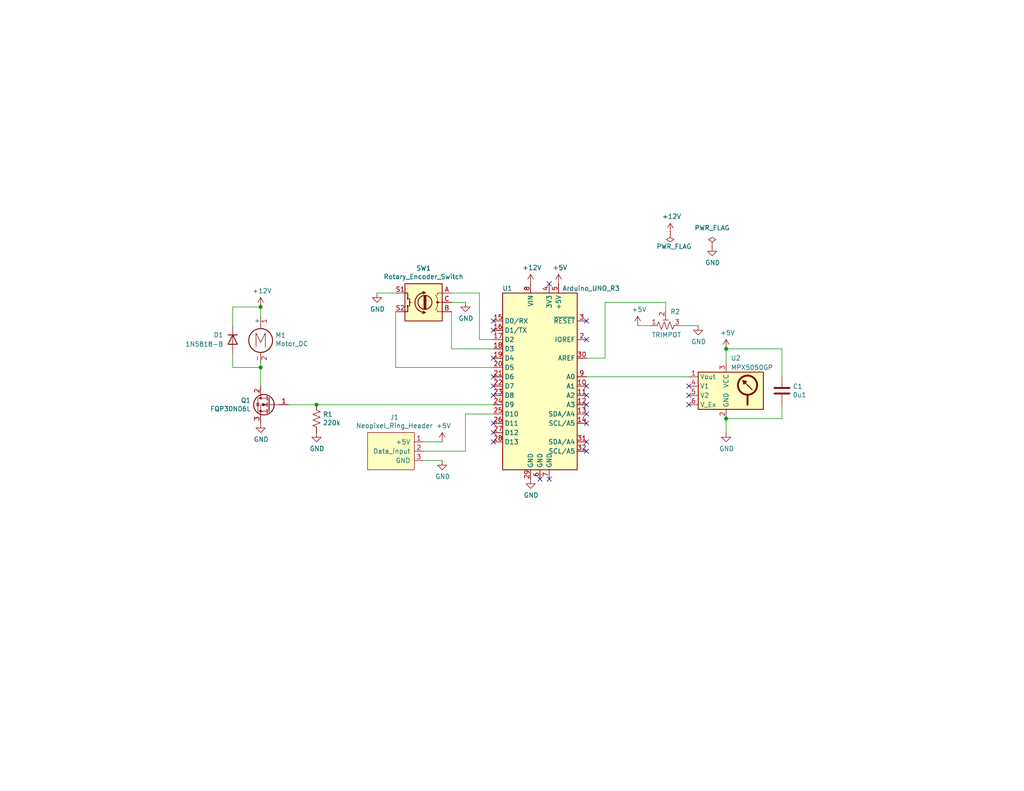
<source format=kicad_sch>
(kicad_sch (version 20211123) (generator eeschema)
  (paper "USLetter")
  (title_block (title "Protogasm") (date "2022-01-28") (rev "2.0") (company "sqrt10pi") (comment 1 "Based on previous community designs created by PA, Skier23, night-howler, and others"))
  (lib_symbols
    (symbol "Device:C" (pin_numbers hide) (pin_names (offset 0.254))
      (property "Reference" "C" (at 0.635 2.54 0))
      (property "Value" "C" (at 0.635 -2.54 0))
      (symbol "C_0_1"
        (polyline (pts (xy -2.032 -0.762) (xy 2.032 -0.762)) (stroke (width 0.508)))
        (polyline (pts (xy -2.032 0.762) (xy 2.032 0.762)) (stroke (width 0.508)))
      )
      (symbol "C_1_1"
        (pin passive line (at 0 3.81 270) (length 2.794) (name "~") (number "1"))
        (pin passive line (at 0 -3.81 90) (length 2.794) (name "~") (number "2"))
      )
    )
    (symbol "Device:D" (pin_numbers hide) (pin_names (offset 1.016) hide)
      (property "Reference" "D" (at 0 2.54 0))
      (property "Value" "D" (at 0 -2.54 0))
      (symbol "D_0_1"
        (polyline (pts (xy -1.27 1.27) (xy -1.27 -1.27)) (stroke (width 0.254)))
        (polyline (pts (xy 1.27 0) (xy -1.27 0)))
        (polyline (pts (xy 1.27 1.27) (xy 1.27 -1.27) (xy -1.27 0) (xy 1.27 1.27)) (stroke (width 0.254)))
      )
      (symbol "D_1_1"
        (pin passive line (at -3.81 0 0) (length 2.54) (name "K") (number "1"))
        (pin passive line (at 3.81 0 180) (length 2.54) (name "A") (number "2"))
      )
    )
    (symbol "Device:Q_NMOS_GDS" (pin_names (offset 0) hide)
      (property "Reference" "Q" (at 5.08 1.27 0))
      (property "Value" "Q_NMOS_GDS" (at 5.08 -1.27 0))
      (symbol "Q_NMOS_GDS_0_1"
        (polyline (pts (xy 0.254 0) (xy -2.54 0)))
        (polyline (pts (xy 0.254 1.905) (xy 0.254 -1.905)) (stroke (width 0.254)))
        (polyline (pts (xy 0.762 -1.27) (xy 0.762 -2.286)) (stroke (width 0.254)))
        (polyline (pts (xy 0.762 0.508) (xy 0.762 -0.508)) (stroke (width 0.254)))
        (polyline (pts (xy 0.762 2.286) (xy 0.762 1.27)) (stroke (width 0.254)))
        (polyline (pts (xy 2.54 2.54) (xy 2.54 1.778)))
        (polyline (pts (xy 2.54 -2.54) (xy 2.54 0) (xy 0.762 0)))
        (polyline (pts (xy 0.762 -1.778) (xy 3.302 -1.778) (xy 3.302 1.778) (xy 0.762 1.778)))
        (polyline (pts (xy 1.016 0) (xy 2.032 0.381) (xy 2.032 -0.381) (xy 1.016 0)) (fill (type outline)))
        (polyline (pts (xy 2.794 0.508) (xy 2.921 0.381) (xy 3.683 0.381) (xy 3.81 0.254)))
        (polyline (pts (xy 3.302 0.381) (xy 2.921 -0.254) (xy 3.683 -0.254) (xy 3.302 0.381)))
        (circle (center 1.651 0) (radius 2.794) (stroke (width 0.254)))
        (circle (center 2.54 -1.778) (radius 0.254) (fill (type outline)))
        (circle (center 2.54 1.778) (radius 0.254) (fill (type outline)))
      )
      (symbol "Q_NMOS_GDS_1_1"
        (pin input line (at -5.08 0 0) (length 2.54) (name "G") (number "1"))
        (pin passive line (at 2.54 5.08 270) (length 2.54) (name "D") (number "2"))
        (pin passive line (at 2.54 -5.08 90) (length 2.54) (name "S") (number "3"))
      )
    )
    (symbol "Device:R_POT_TRIM_US" (pin_names (offset 1.016) hide)
      (property "Reference" "RV" (at -4.445 0 90))
      (property "Value" "R_POT_TRIM_US" (at -2.54 0 90))
      (symbol "R_POT_TRIM_US_0_1"
        (polyline (pts (xy 0 -2.286) (xy 0 -2.54)))
        (polyline (pts (xy 0 2.286) (xy 0 2.54)))
        (polyline (pts (xy 1.524 0.762) (xy 1.524 -0.762)))
        (polyline (pts (xy 2.54 0) (xy 1.524 0)))
        (polyline (pts (xy 0 -0.762) (xy 1.016 -1.143) (xy 0 -1.524) (xy -1.016 -1.905) (xy 0 -2.286)))
        (polyline (pts (xy 0 0.762) (xy 1.016 0.381) (xy 0 0) (xy -1.016 -0.381) (xy 0 -0.762)))
        (polyline (pts (xy 0 2.286) (xy 1.016 1.905) (xy 0 1.524) (xy -1.016 1.143) (xy 0 0.762)))
      )
      (symbol "R_POT_TRIM_US_1_1"
        (pin passive line (at 0 3.81 270) (length 1.27) (name "1") (number "1"))
        (pin passive line (at 3.81 0 180) (length 1.27) (name "2") (number "2"))
        (pin passive line (at 0 -3.81 90) (length 1.27) (name "3") (number "3"))
      )
    )
    (symbol "Device:R_US" (pin_numbers hide) (pin_names (offset 0))
      (property "Reference" "R" (at 2.54 0 90))
      (property "Value" "R_US" (at -2.54 0 90))
      (symbol "R_US_0_1"
        (polyline (pts (xy 0 -2.286) (xy 0 -2.54)))
        (polyline (pts (xy 0 2.286) (xy 0 2.54)))
        (polyline (pts (xy 0 -0.762) (xy 1.016 -1.143) (xy 0 -1.524) (xy -1.016 -1.905) (xy 0 -2.286)))
        (polyline (pts (xy 0 0.762) (xy 1.016 0.381) (xy 0 0) (xy -1.016 -0.381) (xy 0 -0.762)))
        (polyline (pts (xy 0 2.286) (xy 1.016 1.905) (xy 0 1.524) (xy -1.016 1.143) (xy 0 0.762)))
      )
      (symbol "R_US_1_1"
        (pin passive line (at 0 3.81 270) (length 1.27) (name "~") (number "1"))
        (pin passive line (at 0 -3.81 90) (length 1.27) (name "~") (number "2"))
      )
    )
    (symbol "Device:Rotary_Encoder_Switch" (pin_names (offset 0.254) hide)
      (property "Reference" "SW" (at 0 6.604 0))
      (property "Value" "Rotary_Encoder_Switch" (at 0 -6.604 0))
      (symbol "Rotary_Encoder_Switch_0_1"
        (rectangle (start -5.08 5.08) (end 5.08 -5.08) (stroke (width 0.254)) (fill (type background)))
        (circle (center -3.81 0) (radius 0.254) (fill (type outline)))
        (arc (start -0.381 -2.794) (mid 2.3622 -0.0635) (end -0.381 2.667) (stroke (width 0.254)))
        (circle (center -0.381 0) (radius 1.905) (stroke (width 0.254)))
        (polyline (pts (xy -0.635 -1.778) (xy -0.635 1.778)) (stroke (width 0.254)))
        (polyline (pts (xy -0.381 -1.778) (xy -0.381 1.778)) (stroke (width 0.254)))
        (polyline (pts (xy -0.127 1.778) (xy -0.127 -1.778)) (stroke (width 0.254)))
        (polyline (pts (xy 3.81 0) (xy 3.429 0)) (stroke (width 0.254)))
        (polyline (pts (xy 3.81 1.016) (xy 3.81 -1.016)) (stroke (width 0.254)))
        (polyline (pts (xy -5.08 -2.54) (xy -3.81 -2.54) (xy -3.81 -2.032)))
        (polyline (pts (xy -5.08 2.54) (xy -3.81 2.54) (xy -3.81 2.032)))
        (polyline (pts (xy 0.254 -3.048) (xy -0.508 -2.794) (xy 0.127 -2.413)) (stroke (width 0.254)))
        (polyline (pts (xy 0.254 2.921) (xy -0.508 2.667) (xy 0.127 2.286)) (stroke (width 0.254)))
        (polyline (pts (xy 5.08 -2.54) (xy 4.318 -2.54) (xy 4.318 -1.016)) (stroke (width 0.254)))
        (polyline (pts (xy 5.08 2.54) (xy 4.318 2.54) (xy 4.318 1.016)) (stroke (width 0.254)))
        (polyline (pts (xy -5.08 0) (xy -3.81 0) (xy -3.81 -1.016) (xy -3.302 -2.032)))
        (polyline (pts (xy -4.318 0) (xy -3.81 0) (xy -3.81 1.016) (xy -3.302 2.032)))
        (circle (center 4.318 -1.016) (radius 0.127) (stroke (width 0.254)))
        (circle (center 4.318 1.016) (radius 0.127) (stroke (width 0.254)))
      )
      (symbol "Rotary_Encoder_Switch_1_1"
        (pin passive line (at -7.62 2.54 0) (length 2.54) (name "A") (number "A"))
        (pin passive line (at -7.62 -2.54 0) (length 2.54) (name "B") (number "B"))
        (pin passive line (at -7.62 0 0) (length 2.54) (name "C") (number "C"))
        (pin passive line (at 7.62 2.54 180) (length 2.54) (name "S1") (number "S1"))
        (pin passive line (at 7.62 -2.54 180) (length 2.54) (name "S2") (number "S2"))
      )
    )
    (symbol "MCU_Module:Arduino_UNO_R3"
      (property "Reference" "A" (at -10.16 23.495 0))
      (property "Value" "Arduino_UNO_R3" (at 5.08 -26.67 0))
      (symbol "Arduino_UNO_R3_0_1"
        (rectangle (start -10.16 22.86) (end 10.16 -25.4) (stroke (width 0.254)) (fill (type background)))
      )
      (symbol "Arduino_UNO_R3_1_1"
        (pin no_connect line (at -10.16 -20.32 0) (length 2.54) hide (name "NC") (number "1"))
        (pin bidirectional line (at 12.7 -2.54 180) (length 2.54) (name "A1") (number "10"))
        (pin bidirectional line (at 12.7 -5.08 180) (length 2.54) (name "A2") (number "11"))
        (pin bidirectional line (at 12.7 -7.62 180) (length 2.54) (name "A3") (number "12"))
        (pin bidirectional line (at 12.7 -10.16 180) (length 2.54) (name "SDA/A4") (number "13"))
        (pin bidirectional line (at 12.7 -12.7 180) (length 2.54) (name "SCL/A5") (number "14"))
        (pin bidirectional line (at -12.7 15.24 0) (length 2.54) (name "D0/RX") (number "15"))
        (pin bidirectional line (at -12.7 12.7 0) (length 2.54) (name "D1/TX") (number "16"))
        (pin bidirectional line (at -12.7 10.16 0) (length 2.54) (name "D2") (number "17"))
        (pin bidirectional line (at -12.7 7.62 0) (length 2.54) (name "D3") (number "18"))
        (pin bidirectional line (at -12.7 5.08 0) (length 2.54) (name "D4") (number "19"))
        (pin output line (at 12.7 10.16 180) (length 2.54) (name "IOREF") (number "2"))
        (pin bidirectional line (at -12.7 2.54 0) (length 2.54) (name "D5") (number "20"))
        (pin bidirectional line (at -12.7 0 0) (length 2.54) (name "D6") (number "21"))
        (pin bidirectional line (at -12.7 -2.54 0) (length 2.54) (name "D7") (number "22"))
        (pin bidirectional line (at -12.7 -5.08 0) (length 2.54) (name "D8") (number "23"))
        (pin bidirectional line (at -12.7 -7.62 0) (length 2.54) (name "D9") (number "24"))
        (pin bidirectional line (at -12.7 -10.16 0) (length 2.54) (name "D10") (number "25"))
        (pin bidirectional line (at -12.7 -12.7 0) (length 2.54) (name "D11") (number "26"))
        (pin bidirectional line (at -12.7 -15.24 0) (length 2.54) (name "D12") (number "27"))
        (pin bidirectional line (at -12.7 -17.78 0) (length 2.54) (name "D13") (number "28"))
        (pin power_in line (at -2.54 -27.94 90) (length 2.54) (name "GND") (number "29"))
        (pin input line (at 12.7 15.24 180) (length 2.54) (name "~{RESET}") (number "3"))
        (pin input line (at 12.7 5.08 180) (length 2.54) (name "AREF") (number "30"))
        (pin bidirectional line (at 12.7 -17.78 180) (length 2.54) (name "SDA/A4") (number "31"))
        (pin bidirectional line (at 12.7 -20.32 180) (length 2.54) (name "SCL/A5") (number "32"))
        (pin power_out line (at 2.54 25.4 270) (length 2.54) (name "3V3") (number "4"))
        (pin power_out line (at 5.08 25.4 270) (length 2.54) (name "+5V") (number "5"))
        (pin power_in line (at 0 -27.94 90) (length 2.54) (name "GND") (number "6"))
        (pin power_in line (at 2.54 -27.94 90) (length 2.54) (name "GND") (number "7"))
        (pin power_in line (at -2.54 25.4 270) (length 2.54) (name "VIN") (number "8"))
        (pin bidirectional line (at 12.7 0 180) (length 2.54) (name "A0") (number "9"))
      )
    )
    (symbol "Motor:Motor_DC" (pin_names (offset 0))
      (property "Reference" "M" (at 2.54 2.54 0))
      (property "Value" "Motor_DC" (at 2.54 -5.08 0))
      (symbol "Motor_DC_0_0"
        (polyline (pts (xy -1.27 -3.302) (xy -1.27 0.508) (xy 0 -2.032) (xy 1.27 0.508) (xy 1.27 -3.302)))
      )
      (symbol "Motor_DC_0_1"
        (circle (center 0 -1.524) (radius 3.2512) (stroke (width 0.254)))
        (polyline (pts (xy 0 -7.62) (xy 0 -7.112)))
        (polyline (pts (xy 0 -4.7752) (xy 0 -5.1816)))
        (polyline (pts (xy 0 1.7272) (xy 0 2.0828)))
        (polyline (pts (xy 0 2.032) (xy 0 2.54)))
      )
      (symbol "Motor_DC_1_1"
        (pin passive line (at 0 5.08 270) (length 2.54) (name "+") (number "1"))
        (pin passive line (at 0 -7.62 90) (length 2.54) (name "-") (number "2"))
      )
    )
    (symbol "custom-symbols:MPX5050GP"
      (property "Reference" "U" (at -10.16 6.35 0))
      (property "Value" "MPX5050GP" (at 1.27 6.35 0))
      (symbol "MPX5050GP_0_1"
        (circle (center -5.842 1.524) (radius 2.6162) (stroke (width 0.508)))
        (polyline (pts (xy -7.112 0.254) (xy -4.572 2.794)) (stroke (width 0.254)))
        (polyline (pts (xy -5.842 -1.27) (xy -5.842 -3.81)) (stroke (width 0.508)))
        (polyline (pts (xy -4.572 2.794) (xy -4.826 1.778) (xy -5.588 2.54) (xy -4.572 2.794)) (stroke (width 0.254)) (fill (type outline)))
        (rectangle (start 7.62 5.08) (end -10.16 -5.08) (stroke (width 0.254)) (fill (type background)))
      )
      (symbol "MPX5050GP_1_1"
        (pin output line (at 10.16 3.81 180) (length 2.54) (name "Vout") (number "1"))
        (pin power_in line (at 0 -7.62 90) (length 2.54) (name "GND") (number "2"))
        (pin power_in line (at 0 7.62 270) (length 2.54) (name "VCC") (number "3"))
        (pin output line (at 10.16 1.27 180) (length 2.54) (name "V1") (number "4"))
        (pin output line (at 10.16 -1.27 180) (length 2.54) (name "V2") (number "5"))
        (pin output line (at 10.16 -3.81 180) (length 2.54) (name "V_Ex") (number "6"))
      )
    )
    (symbol "custom-symbols:Neopixel_Ring_Header" (pin_names (offset 1.016))
      (property "Reference" "J" (at 0 8.89 0))
      (property "Value" "Neopixel_Ring_Header" (at 3.81 6.35 0))
      (symbol "Neopixel_Ring_Header_0_1"
        (rectangle (start 6.35 5.08) (end -6.35 -5.08) (fill (type background)))
      )
      (symbol "Neopixel_Ring_Header_1_1"
        (pin power_in line (at 8.89 2.54 180) (length 2.54) (name "+5V") (number "1"))
        (pin input line (at 8.89 0 180) (length 2.54) (name "Data_Input") (number "2"))
        (pin power_in line (at 8.89 -2.54 180) (length 2.54) (name "GND") (number "3"))
      )
    )
    (symbol "power:+12V" (power) (pin_names (offset 0))
      (property "Value" "+12V" (at 0 3.556 0))
      (symbol "+12V_0_1"
        (polyline (pts (xy -0.762 1.27) (xy 0 2.54)))
        (polyline (pts (xy 0 0) (xy 0 2.54)))
        (polyline (pts (xy 0 2.54) (xy 0.762 1.27)))
      )
      (symbol "+12V_1_1"
        (pin power_in line (at 0 0 90) (length 0) hide (name "+12V") (number "1"))
      )
    )
    (symbol "power:+5V" (power) (pin_names (offset 0))
      (property "Value" "+5V" (at 0 3.556 0))
      (symbol "+5V_0_1"
        (polyline (pts (xy -0.762 1.27) (xy 0 2.54)))
        (polyline (pts (xy 0 0) (xy 0 2.54)))
        (polyline (pts (xy 0 2.54) (xy 0.762 1.27)))
      )
      (symbol "+5V_1_1"
        (pin power_in line (at 0 0 90) (length 0) hide (name "+5V") (number "1"))
      )
    )
    (symbol "power:GND" (power) (pin_names (offset 0))
      (property "Value" "GND" (at 0 -3.81 0))
      (symbol "GND_0_1"
        (polyline (pts (xy 0 0) (xy 0 -1.27) (xy 1.27 -1.27) (xy 0 -2.54) (xy -1.27 -1.27) (xy 0 -1.27)))
      )
      (symbol "GND_1_1"
        (pin power_in line (at 0 0 270) (length 0) hide (name "GND") (number "1"))
      )
    )
    (symbol "power:PWR_FLAG" (power) (pin_numbers hide) (pin_names (offset 0) hide)
      (property "Value" "PWR_FLAG" (at 0 3.81 0))
      (symbol "PWR_FLAG_0_0"
        (pin power_out line (at 0 0 90) (length 0) (name "pwr") (number "1"))
      )
      (symbol "PWR_FLAG_0_1"
        (polyline (pts (xy 0 0) (xy 0 1.27) (xy -1.016 1.905) (xy 0 2.54) (xy 1.016 1.905) (xy 0 1.27)))
      )
    )
  )
  (junction (at 86.36 110.49))
  (junction (at 71.12 83.82))
  (junction (at 198.12 95.25))
  (junction (at 71.12 100.33))
  (junction (at 198.12 114.3))
  (no_connect (at 160.02 120.65))
  (no_connect (at 134.62 107.95))
  (no_connect (at 160.02 110.49))
  (no_connect (at 160.02 105.41))
  (no_connect (at 160.02 113.03))
  (no_connect (at 187.96 110.49))
  (no_connect (at 134.62 90.17))
  (no_connect (at 134.62 105.41))
  (no_connect (at 160.02 115.57))
  (no_connect (at 134.62 118.11))
  (no_connect (at 149.86 130.81))
  (no_connect (at 149.86 77.47))
  (no_connect (at 134.62 120.65))
  (no_connect (at 160.02 92.71))
  (no_connect (at 147.32 130.81))
  (no_connect (at 160.02 107.95))
  (no_connect (at 187.96 105.41))
  (no_connect (at 134.62 115.57))
  (no_connect (at 187.96 107.95))
  (no_connect (at 160.02 123.19))
  (no_connect (at 160.02 87.63))
  (no_connect (at 134.62 102.87))
  (no_connect (at 134.62 87.63))
  (no_connect (at 134.62 97.79))
  (wire (pts (xy 123.19 95.25) (xy 123.19 85.09)))
  (wire (pts (xy 115.57 123.19) (xy 127 123.19)))
  (wire (pts (xy 185.42 88.9) (xy 190.5 88.9)))
  (wire (pts (xy 86.36 110.49) (xy 134.62 110.49)))
  (wire (pts (xy 213.36 95.25) (xy 198.12 95.25)))
  (wire (pts (xy 181.61 82.55) (xy 165.1 82.55)))
  (wire (pts (xy 134.62 92.71) (xy 130.81 92.71)))
  (wire (pts (xy 102.87 80.01) (xy 107.95 80.01)))
  (wire (pts (xy 71.12 99.06) (xy 71.12 100.33)))
  (wire (pts (xy 181.61 85.09) (xy 181.61 82.55)))
  (wire (pts (xy 63.5 100.33) (xy 63.5 96.52)))
  (wire (pts (xy 71.12 100.33) (xy 71.12 105.41)))
  (wire (pts (xy 71.12 83.82) (xy 63.5 83.82)))
  (wire (pts (xy 130.81 80.01) (xy 123.19 80.01)))
  (wire (pts (xy 127 123.19) (xy 127 113.03)))
  (wire (pts (xy 213.36 114.3) (xy 213.36 110.49)))
  (wire (pts (xy 198.12 114.3) (xy 198.12 118.11)))
  (wire (pts (xy 127 113.03) (xy 134.62 113.03)))
  (wire (pts (xy 213.36 102.87) (xy 213.36 95.25)))
  (wire (pts (xy 107.95 100.33) (xy 134.62 100.33)))
  (wire (pts (xy 160.02 97.79) (xy 165.1 97.79)))
  (wire (pts (xy 115.57 120.65) (xy 120.65 120.65)))
  (wire (pts (xy 187.96 102.87) (xy 160.02 102.87)))
  (wire (pts (xy 115.57 125.73) (xy 120.65 125.73)))
  (wire (pts (xy 71.12 100.33) (xy 63.5 100.33)))
  (wire (pts (xy 165.1 82.55) (xy 165.1 97.79)))
  (wire (pts (xy 127 82.55) (xy 123.19 82.55)))
  (wire (pts (xy 177.8 88.9) (xy 173.99 88.9)))
  (wire (pts (xy 107.95 100.33) (xy 107.95 85.09)))
  (wire (pts (xy 198.12 114.3) (xy 213.36 114.3)))
  (wire (pts (xy 71.12 86.36) (xy 71.12 83.82)))
  (wire (pts (xy 63.5 83.82) (xy 63.5 88.9)))
  (wire (pts (xy 78.74 110.49) (xy 86.36 110.49)))
  (wire (pts (xy 134.62 95.25) (xy 123.19 95.25)))
  (wire (pts (xy 130.81 92.71) (xy 130.81 80.01)))
  (wire (pts (xy 198.12 99.06) (xy 198.12 95.25)))
  (symbol (lib_id "MCU_Module:Arduino_UNO_R3") (at 147.32 102.87 0) (unit 1)
    (property "Reference" "U1" (at 138.43 78.74 0))
    (property "Value" "Arduino_UNO_R3" (at 161.29 78.74 0))
    (property "Footprint" "Module:Arduino_UNO_R3_WithMountingHoles" (effects hide))
    (property "Datasheet" "https://www.arduino.cc/en/Main/arduinoBoardUno" (effects hide))
  )
  (symbol (lib_id "custom-symbols:Neopixel_Ring_Header") (at 106.68 123.19 0) (unit 1)
    (property "Reference" "J1" (at 107.6198 113.919 0))
    (property "Value" "Neopixel_Ring_Header" (at 107.6198 116.2304 0))
    (property "Footprint" "custom-footprints:Neopixel_Ring_WirePins" (effects hide))
    (property "Datasheet" "https://www.adafruit.com/product/2268" (effects hide))
  )
  (symbol (lib_id "Motor:Motor_DC") (at 71.12 91.44 0) (unit 1)
    (property "Reference" "M1" (at 75.1332 91.5416 0) (effects (justify left)))
    (property "Value" "Motor_DC" (at 75.1332 93.853 0) (effects (justify left)))
    (property "Footprint" "custom-footprints:Motor_DC_WirePins" (effects hide))
  )
  (symbol (lib_id "Device:R_POT_TRIM_US") (at 181.61 88.9 90) (unit 1)
    (property "Reference" "R2" (at 182.88 85.09 90) (effects (justify right)))
    (property "Value" "TRIMPOT" (at 177.8 91.44 90) (effects (justify right)))
    (property "Footprint" "custom-footprints:uxcell_TRIMPOT" (effects hide))
  )
  (symbol (lib_id "Device:Rotary_Encoder_Switch") (at 115.57 82.55 0) (mirror y) (unit 1)
    (property "Reference" "SW1" (at 115.57 73.2282 0))
    (property "Value" "Rotary_Encoder_Switch" (at 115.57 75.5396 0))
    (property "Footprint" "Rotary_Encoder:RotaryEncoder_Alps_EC12E-Switch_Vertical_H20mm" (effects hide))
  )
  (symbol (lib_id "custom-symbols:MPX5050GP") (at 198.12 106.68 0) (mirror y) (unit 1)
    (property "Reference" "U2" (at 199.39 97.79 0) (effects (justify right)))
    (property "Value" "MPX5050GP" (at 199.39 100.33 0) (effects (justify right)))
    (property "Footprint" "custom-footprints:MPX5050GP" (effects hide))
    (property "Datasheet" "https://www.farnell.com/datasheets/673750.pdf" (effects hide))
  )
  (symbol (lib_id "Device:D") (at 63.5 92.71 270) (unit 1)
    (property "Reference" "D1" (at 60.96 91.44 90) (effects (justify right)))
    (property "Value" "1N5818-B" (at 60.96 93.98 90) (effects (justify right)))
    (property "Footprint" "Diode_THT:D_A-405_P7.62mm_Horizontal" (effects hide))
  )
  (symbol (lib_id "Device:Q_NMOS_GDS") (at 73.66 110.49 0) (mirror y) (unit 1)
    (property "Reference" "Q1" (at 68.453 109.3216 0) (effects (justify left)))
    (property "Value" "FQP30N06L" (at 68.453 111.633 0) (effects (justify left)))
    (property "Footprint" "Package_TO_SOT_THT:TO-220-3_Horizontal_TabDown" (effects hide))
  )
  (symbol (lib_id "Device:R_US") (at 86.36 114.3 0) (unit 1)
    (property "Reference" "R1" (at 88.0872 113.1316 0) (effects (justify left)))
    (property "Value" "220k" (at 88.0872 115.443 0) (effects (justify left)))
    (property "Footprint" "Resistor_THT:R_Axial_DIN0207_L6.3mm_D2.5mm_P7.62mm_Horizontal" (effects hide))
  )
  (symbol (lib_id "Device:C") (at 213.36 106.68 0) (unit 1)
    (property "Reference" "C1" (at 216.281 105.5116 0) (effects (justify left)))
    (property "Value" "0u1" (at 216.281 107.823 0) (effects (justify left)))
    (property "Footprint" "Capacitor_THT:C_Disc_D5.0mm_W2.5mm_P2.50mm" (effects hide))
  )
  (symbol (lib_id "power:+5V") (at 173.99 88.9 0) (unit 1)
    (property "Reference" "#PWR0114" (effects hide))
    (property "Value" "+5V" (at 174.371 84.5058 0))
  )
  (symbol (lib_id "power:GND") (at 190.5 88.9 0) (unit 1)
    (property "Reference" "#PWR0113" (effects hide))
    (property "Value" "GND" (at 190.627 93.2942 0))
  )
  (symbol (lib_id "power:+5V") (at 120.65 120.65 0) (unit 1)
    (property "Reference" "#PWR0101" (effects hide))
    (property "Value" "+5V" (at 121.031 116.2558 0))
  )
  (symbol (lib_id "power:GND") (at 198.12 118.11 0) (unit 1)
    (property "Reference" "#PWR0103" (effects hide))
    (property "Value" "GND" (at 198.247 122.5042 0))
  )
  (symbol (lib_id "power:+5V") (at 198.12 95.25 0) (unit 1)
    (property "Reference" "#PWR0104" (effects hide))
    (property "Value" "+5V" (at 198.501 90.8558 0))
  )
  (symbol (lib_id "power:GND") (at 120.65 125.73 0) (unit 1)
    (property "Reference" "#PWR0102" (effects hide))
    (property "Value" "GND" (at 120.777 130.1242 0))
  )
  (symbol (lib_id "power:GND") (at 71.12 115.57 0) (unit 1)
    (property "Reference" "#PWR0107" (effects hide))
    (property "Value" "GND" (at 71.247 119.9642 0))
  )
  (symbol (lib_id "power:GND") (at 127 82.55 0) (unit 1)
    (property "Reference" "#PWR0105" (effects hide))
    (property "Value" "GND" (at 127.127 86.9442 0))
  )
  (symbol (lib_id "power:GND") (at 102.87 80.01 0) (unit 1)
    (property "Reference" "#PWR0106" (effects hide))
    (property "Value" "GND" (at 102.997 84.4042 0))
  )
  (symbol (lib_id "power:GND") (at 86.36 118.11 0) (unit 1)
    (property "Reference" "#PWR0108" (effects hide))
    (property "Value" "GND" (at 86.487 122.5042 0))
  )
  (symbol (lib_id "power:+12V") (at 144.78 77.47 0) (unit 1)
    (property "Reference" "#PWR0109" (effects hide))
    (property "Value" "+12V" (at 145.161 73.0758 0))
  )
  (symbol (lib_id "power:+5V") (at 152.4 77.47 0) (unit 1)
    (property "Reference" "#PWR0110" (effects hide))
    (property "Value" "+5V" (at 152.781 73.0758 0))
  )
  (symbol (lib_id "power:GND") (at 144.78 130.81 0) (unit 1)
    (property "Reference" "#PWR0111" (effects hide))
    (property "Value" "GND" (at 144.907 135.2042 0))
  )
  (symbol (lib_id "power:+12V") (at 71.12 83.82 0) (unit 1)
    (property "Reference" "#PWR0112" (effects hide))
    (property "Value" "+12V" (at 71.501 79.4258 0))
  )
  (symbol (lib_id "power:+12V") (at 182.88 63.5 0) (unit 1)
    (property "Reference" "#PWR01" (effects hide))
    (property "Value" "+12V" (at 183.261 59.1058 0))
  )
  (symbol (lib_id "power:PWR_FLAG") (at 182.88 63.5 180) (unit 1)
    (property "Reference" "#FLG01" (effects hide))
    (property "Value" "PWR_FLAG" (at 179.07 67.31 0) (effects (justify right)))
  )
  (symbol (lib_id "power:GND") (at 194.31 67.31 0) (unit 1)
    (property "Reference" "#PWR02" (effects hide))
    (property "Value" "GND" (at 194.437 71.7042 0))
  )
  (symbol (lib_id "power:PWR_FLAG") (at 194.31 67.31 0) (unit 1)
    (property "Reference" "#FLG02" (effects hide))
    (property "Value" "PWR_FLAG" (at 194.31 62.23 0))
  )
)
</source>
